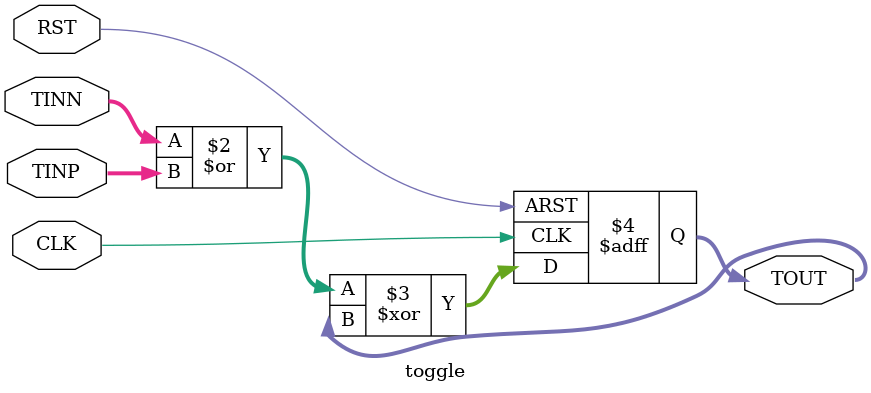
<source format=v>
module toggle(
    input CLK, RST,
    input [8:0] TINN, TINP,
    output reg [8:0] TOUT
);

// この方法では，SWを下げRSTしてから使い始める必要がある．
always @ (posedge CLK or posedge RST)begin
    if (RST) begin
        TOUT <= 9'b0;
    end
    else begin
        /* SWのnegedgeもしくはposedgeでTOUTを反転 */
        TOUT <= (TINN | TINP) ^ TOUT;
    end
end

endmodule
</source>
